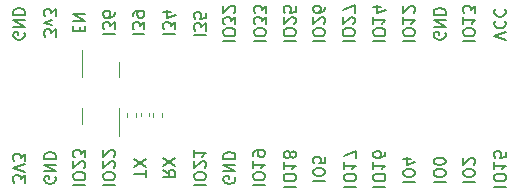
<source format=gbr>
%TF.GenerationSoftware,KiCad,Pcbnew,(6.0.1)*%
%TF.CreationDate,2023-01-04T22:15:02+03:00*%
%TF.ProjectId,EspDevBoard,45737044-6576-4426-9f61-72642e6b6963,rev?*%
%TF.SameCoordinates,Original*%
%TF.FileFunction,Legend,Bot*%
%TF.FilePolarity,Positive*%
%FSLAX46Y46*%
G04 Gerber Fmt 4.6, Leading zero omitted, Abs format (unit mm)*
G04 Created by KiCad (PCBNEW (6.0.1)) date 2023-01-04 22:15:02*
%MOMM*%
%LPD*%
G01*
G04 APERTURE LIST*
%ADD10C,0.150000*%
%ADD11C,0.120000*%
G04 APERTURE END LIST*
D10*
X205847619Y-79300000D02*
X206847619Y-79300000D01*
X206847619Y-78633333D02*
X206847619Y-78442857D01*
X206800000Y-78347619D01*
X206704761Y-78252380D01*
X206514285Y-78204761D01*
X206180952Y-78204761D01*
X205990476Y-78252380D01*
X205895238Y-78347619D01*
X205847619Y-78442857D01*
X205847619Y-78633333D01*
X205895238Y-78728571D01*
X205990476Y-78823809D01*
X206180952Y-78871428D01*
X206514285Y-78871428D01*
X206704761Y-78823809D01*
X206800000Y-78728571D01*
X206847619Y-78633333D01*
X206847619Y-77300000D02*
X206847619Y-77776190D01*
X206371428Y-77823809D01*
X206419047Y-77776190D01*
X206466666Y-77680952D01*
X206466666Y-77442857D01*
X206419047Y-77347619D01*
X206371428Y-77300000D01*
X206276190Y-77252380D01*
X206038095Y-77252380D01*
X205942857Y-77300000D01*
X205895238Y-77347619D01*
X205847619Y-77442857D01*
X205847619Y-77680952D01*
X205895238Y-77776190D01*
X205942857Y-77823809D01*
X195747619Y-66952380D02*
X196747619Y-66952380D01*
X196747619Y-66571428D02*
X196747619Y-65952380D01*
X196366666Y-66285714D01*
X196366666Y-66142857D01*
X196319047Y-66047619D01*
X196271428Y-66000000D01*
X196176190Y-65952380D01*
X195938095Y-65952380D01*
X195842857Y-66000000D01*
X195795238Y-66047619D01*
X195747619Y-66142857D01*
X195747619Y-66428571D01*
X195795238Y-66523809D01*
X195842857Y-66571428D01*
X196747619Y-65047619D02*
X196747619Y-65523809D01*
X196271428Y-65571428D01*
X196319047Y-65523809D01*
X196366666Y-65428571D01*
X196366666Y-65190476D01*
X196319047Y-65095238D01*
X196271428Y-65047619D01*
X196176190Y-65000000D01*
X195938095Y-65000000D01*
X195842857Y-65047619D01*
X195795238Y-65095238D01*
X195747619Y-65190476D01*
X195747619Y-65428571D01*
X195795238Y-65523809D01*
X195842857Y-65571428D01*
X195747619Y-79676190D02*
X196747619Y-79676190D01*
X196747619Y-79009523D02*
X196747619Y-78819047D01*
X196700000Y-78723809D01*
X196604761Y-78628571D01*
X196414285Y-78580952D01*
X196080952Y-78580952D01*
X195890476Y-78628571D01*
X195795238Y-78723809D01*
X195747619Y-78819047D01*
X195747619Y-79009523D01*
X195795238Y-79104761D01*
X195890476Y-79200000D01*
X196080952Y-79247619D01*
X196414285Y-79247619D01*
X196604761Y-79200000D01*
X196700000Y-79104761D01*
X196747619Y-79009523D01*
X196652380Y-78200000D02*
X196700000Y-78152380D01*
X196747619Y-78057142D01*
X196747619Y-77819047D01*
X196700000Y-77723809D01*
X196652380Y-77676190D01*
X196557142Y-77628571D01*
X196461904Y-77628571D01*
X196319047Y-77676190D01*
X195747619Y-78247619D01*
X195747619Y-77628571D01*
X195747619Y-76676190D02*
X195747619Y-77247619D01*
X195747619Y-76961904D02*
X196747619Y-76961904D01*
X196604761Y-77057142D01*
X196509523Y-77152380D01*
X196461904Y-77247619D01*
X208347619Y-67476190D02*
X209347619Y-67476190D01*
X209347619Y-66809523D02*
X209347619Y-66619047D01*
X209300000Y-66523809D01*
X209204761Y-66428571D01*
X209014285Y-66380952D01*
X208680952Y-66380952D01*
X208490476Y-66428571D01*
X208395238Y-66523809D01*
X208347619Y-66619047D01*
X208347619Y-66809523D01*
X208395238Y-66904761D01*
X208490476Y-67000000D01*
X208680952Y-67047619D01*
X209014285Y-67047619D01*
X209204761Y-67000000D01*
X209300000Y-66904761D01*
X209347619Y-66809523D01*
X209252380Y-66000000D02*
X209300000Y-65952380D01*
X209347619Y-65857142D01*
X209347619Y-65619047D01*
X209300000Y-65523809D01*
X209252380Y-65476190D01*
X209157142Y-65428571D01*
X209061904Y-65428571D01*
X208919047Y-65476190D01*
X208347619Y-66047619D01*
X208347619Y-65428571D01*
X209347619Y-65095238D02*
X209347619Y-64428571D01*
X208347619Y-64857142D01*
X218547619Y-67476190D02*
X219547619Y-67476190D01*
X219547619Y-66809523D02*
X219547619Y-66619047D01*
X219500000Y-66523809D01*
X219404761Y-66428571D01*
X219214285Y-66380952D01*
X218880952Y-66380952D01*
X218690476Y-66428571D01*
X218595238Y-66523809D01*
X218547619Y-66619047D01*
X218547619Y-66809523D01*
X218595238Y-66904761D01*
X218690476Y-67000000D01*
X218880952Y-67047619D01*
X219214285Y-67047619D01*
X219404761Y-67000000D01*
X219500000Y-66904761D01*
X219547619Y-66809523D01*
X218547619Y-65428571D02*
X218547619Y-66000000D01*
X218547619Y-65714285D02*
X219547619Y-65714285D01*
X219404761Y-65809523D01*
X219309523Y-65904761D01*
X219261904Y-66000000D01*
X219547619Y-65095238D02*
X219547619Y-64476190D01*
X219166666Y-64809523D01*
X219166666Y-64666666D01*
X219119047Y-64571428D01*
X219071428Y-64523809D01*
X218976190Y-64476190D01*
X218738095Y-64476190D01*
X218642857Y-64523809D01*
X218595238Y-64571428D01*
X218547619Y-64666666D01*
X218547619Y-64952380D01*
X218595238Y-65047619D01*
X218642857Y-65095238D01*
X199200000Y-78961904D02*
X199247619Y-79057142D01*
X199247619Y-79200000D01*
X199200000Y-79342857D01*
X199104761Y-79438095D01*
X199009523Y-79485714D01*
X198819047Y-79533333D01*
X198676190Y-79533333D01*
X198485714Y-79485714D01*
X198390476Y-79438095D01*
X198295238Y-79342857D01*
X198247619Y-79200000D01*
X198247619Y-79104761D01*
X198295238Y-78961904D01*
X198342857Y-78914285D01*
X198676190Y-78914285D01*
X198676190Y-79104761D01*
X198247619Y-78485714D02*
X199247619Y-78485714D01*
X198247619Y-77914285D01*
X199247619Y-77914285D01*
X198247619Y-77438095D02*
X199247619Y-77438095D01*
X199247619Y-77200000D01*
X199200000Y-77057142D01*
X199104761Y-76961904D01*
X199009523Y-76914285D01*
X198819047Y-76866666D01*
X198676190Y-76866666D01*
X198485714Y-76914285D01*
X198390476Y-76961904D01*
X198295238Y-77057142D01*
X198247619Y-77200000D01*
X198247619Y-77438095D01*
X200747619Y-79676190D02*
X201747619Y-79676190D01*
X201747619Y-79009523D02*
X201747619Y-78819047D01*
X201700000Y-78723809D01*
X201604761Y-78628571D01*
X201414285Y-78580952D01*
X201080952Y-78580952D01*
X200890476Y-78628571D01*
X200795238Y-78723809D01*
X200747619Y-78819047D01*
X200747619Y-79009523D01*
X200795238Y-79104761D01*
X200890476Y-79200000D01*
X201080952Y-79247619D01*
X201414285Y-79247619D01*
X201604761Y-79200000D01*
X201700000Y-79104761D01*
X201747619Y-79009523D01*
X200747619Y-77628571D02*
X200747619Y-78200000D01*
X200747619Y-77914285D02*
X201747619Y-77914285D01*
X201604761Y-78009523D01*
X201509523Y-78104761D01*
X201461904Y-78200000D01*
X200747619Y-77152380D02*
X200747619Y-76961904D01*
X200795238Y-76866666D01*
X200842857Y-76819047D01*
X200985714Y-76723809D01*
X201176190Y-76676190D01*
X201557142Y-76676190D01*
X201652380Y-76723809D01*
X201700000Y-76771428D01*
X201747619Y-76866666D01*
X201747619Y-77057142D01*
X201700000Y-77152380D01*
X201652380Y-77200000D01*
X201557142Y-77247619D01*
X201319047Y-77247619D01*
X201223809Y-77200000D01*
X201176190Y-77152380D01*
X201128571Y-77057142D01*
X201128571Y-76866666D01*
X201176190Y-76771428D01*
X201223809Y-76723809D01*
X201319047Y-76676190D01*
X191647619Y-78961904D02*
X191647619Y-78390476D01*
X190647619Y-78676190D02*
X191647619Y-78676190D01*
X191647619Y-78152380D02*
X190647619Y-77485714D01*
X191647619Y-77485714D02*
X190647619Y-78152380D01*
X188047619Y-66852380D02*
X189047619Y-66852380D01*
X189047619Y-66471428D02*
X189047619Y-65852380D01*
X188666666Y-66185714D01*
X188666666Y-66042857D01*
X188619047Y-65947619D01*
X188571428Y-65900000D01*
X188476190Y-65852380D01*
X188238095Y-65852380D01*
X188142857Y-65900000D01*
X188095238Y-65947619D01*
X188047619Y-66042857D01*
X188047619Y-66328571D01*
X188095238Y-66423809D01*
X188142857Y-66471428D01*
X189047619Y-64995238D02*
X189047619Y-65185714D01*
X189000000Y-65280952D01*
X188952380Y-65328571D01*
X188809523Y-65423809D01*
X188619047Y-65471428D01*
X188238095Y-65471428D01*
X188142857Y-65423809D01*
X188095238Y-65376190D01*
X188047619Y-65280952D01*
X188047619Y-65090476D01*
X188095238Y-64995238D01*
X188142857Y-64947619D01*
X188238095Y-64900000D01*
X188476190Y-64900000D01*
X188571428Y-64947619D01*
X188619047Y-64995238D01*
X188666666Y-65090476D01*
X188666666Y-65280952D01*
X188619047Y-65376190D01*
X188571428Y-65423809D01*
X188476190Y-65471428D01*
X184047619Y-67090476D02*
X184047619Y-66471428D01*
X183666666Y-66804761D01*
X183666666Y-66661904D01*
X183619047Y-66566666D01*
X183571428Y-66519047D01*
X183476190Y-66471428D01*
X183238095Y-66471428D01*
X183142857Y-66519047D01*
X183095238Y-66566666D01*
X183047619Y-66661904D01*
X183047619Y-66947619D01*
X183095238Y-67042857D01*
X183142857Y-67090476D01*
X183714285Y-66138095D02*
X183047619Y-65900000D01*
X183714285Y-65661904D01*
X184047619Y-65376190D02*
X184047619Y-64757142D01*
X183666666Y-65090476D01*
X183666666Y-64947619D01*
X183619047Y-64852380D01*
X183571428Y-64804761D01*
X183476190Y-64757142D01*
X183238095Y-64757142D01*
X183142857Y-64804761D01*
X183095238Y-64852380D01*
X183047619Y-64947619D01*
X183047619Y-65233333D01*
X183095238Y-65328571D01*
X183142857Y-65376190D01*
X217000000Y-66761904D02*
X217047619Y-66857142D01*
X217047619Y-67000000D01*
X217000000Y-67142857D01*
X216904761Y-67238095D01*
X216809523Y-67285714D01*
X216619047Y-67333333D01*
X216476190Y-67333333D01*
X216285714Y-67285714D01*
X216190476Y-67238095D01*
X216095238Y-67142857D01*
X216047619Y-67000000D01*
X216047619Y-66904761D01*
X216095238Y-66761904D01*
X216142857Y-66714285D01*
X216476190Y-66714285D01*
X216476190Y-66904761D01*
X216047619Y-66285714D02*
X217047619Y-66285714D01*
X216047619Y-65714285D01*
X217047619Y-65714285D01*
X216047619Y-65238095D02*
X217047619Y-65238095D01*
X217047619Y-65000000D01*
X217000000Y-64857142D01*
X216904761Y-64761904D01*
X216809523Y-64714285D01*
X216619047Y-64666666D01*
X216476190Y-64666666D01*
X216285714Y-64714285D01*
X216190476Y-64761904D01*
X216095238Y-64857142D01*
X216047619Y-65000000D01*
X216047619Y-65238095D01*
X186071428Y-66638095D02*
X186071428Y-66304761D01*
X185547619Y-66161904D02*
X185547619Y-66638095D01*
X186547619Y-66638095D01*
X186547619Y-66161904D01*
X185547619Y-65733333D02*
X186547619Y-65733333D01*
X185547619Y-65161904D01*
X186547619Y-65161904D01*
X181447619Y-79438095D02*
X181447619Y-78819047D01*
X181066666Y-79152380D01*
X181066666Y-79009523D01*
X181019047Y-78914285D01*
X180971428Y-78866666D01*
X180876190Y-78819047D01*
X180638095Y-78819047D01*
X180542857Y-78866666D01*
X180495238Y-78914285D01*
X180447619Y-79009523D01*
X180447619Y-79295238D01*
X180495238Y-79390476D01*
X180542857Y-79438095D01*
X181447619Y-78533333D02*
X180447619Y-78200000D01*
X181447619Y-77866666D01*
X181447619Y-77628571D02*
X181447619Y-77009523D01*
X181066666Y-77342857D01*
X181066666Y-77200000D01*
X181019047Y-77104761D01*
X180971428Y-77057142D01*
X180876190Y-77009523D01*
X180638095Y-77009523D01*
X180542857Y-77057142D01*
X180495238Y-77104761D01*
X180447619Y-77200000D01*
X180447619Y-77485714D01*
X180495238Y-77580952D01*
X180542857Y-77628571D01*
X213447619Y-79400000D02*
X214447619Y-79400000D01*
X214447619Y-78733333D02*
X214447619Y-78542857D01*
X214400000Y-78447619D01*
X214304761Y-78352380D01*
X214114285Y-78304761D01*
X213780952Y-78304761D01*
X213590476Y-78352380D01*
X213495238Y-78447619D01*
X213447619Y-78542857D01*
X213447619Y-78733333D01*
X213495238Y-78828571D01*
X213590476Y-78923809D01*
X213780952Y-78971428D01*
X214114285Y-78971428D01*
X214304761Y-78923809D01*
X214400000Y-78828571D01*
X214447619Y-78733333D01*
X214114285Y-77447619D02*
X213447619Y-77447619D01*
X214495238Y-77685714D02*
X213780952Y-77923809D01*
X213780952Y-77304761D01*
X185547619Y-79676190D02*
X186547619Y-79676190D01*
X186547619Y-79009523D02*
X186547619Y-78819047D01*
X186500000Y-78723809D01*
X186404761Y-78628571D01*
X186214285Y-78580952D01*
X185880952Y-78580952D01*
X185690476Y-78628571D01*
X185595238Y-78723809D01*
X185547619Y-78819047D01*
X185547619Y-79009523D01*
X185595238Y-79104761D01*
X185690476Y-79200000D01*
X185880952Y-79247619D01*
X186214285Y-79247619D01*
X186404761Y-79200000D01*
X186500000Y-79104761D01*
X186547619Y-79009523D01*
X186452380Y-78200000D02*
X186500000Y-78152380D01*
X186547619Y-78057142D01*
X186547619Y-77819047D01*
X186500000Y-77723809D01*
X186452380Y-77676190D01*
X186357142Y-77628571D01*
X186261904Y-77628571D01*
X186119047Y-77676190D01*
X185547619Y-78247619D01*
X185547619Y-77628571D01*
X186547619Y-77295238D02*
X186547619Y-76676190D01*
X186166666Y-77009523D01*
X186166666Y-76866666D01*
X186119047Y-76771428D01*
X186071428Y-76723809D01*
X185976190Y-76676190D01*
X185738095Y-76676190D01*
X185642857Y-76723809D01*
X185595238Y-76771428D01*
X185547619Y-76866666D01*
X185547619Y-77152380D01*
X185595238Y-77247619D01*
X185642857Y-77295238D01*
X205847619Y-67476190D02*
X206847619Y-67476190D01*
X206847619Y-66809523D02*
X206847619Y-66619047D01*
X206800000Y-66523809D01*
X206704761Y-66428571D01*
X206514285Y-66380952D01*
X206180952Y-66380952D01*
X205990476Y-66428571D01*
X205895238Y-66523809D01*
X205847619Y-66619047D01*
X205847619Y-66809523D01*
X205895238Y-66904761D01*
X205990476Y-67000000D01*
X206180952Y-67047619D01*
X206514285Y-67047619D01*
X206704761Y-67000000D01*
X206800000Y-66904761D01*
X206847619Y-66809523D01*
X206752380Y-66000000D02*
X206800000Y-65952380D01*
X206847619Y-65857142D01*
X206847619Y-65619047D01*
X206800000Y-65523809D01*
X206752380Y-65476190D01*
X206657142Y-65428571D01*
X206561904Y-65428571D01*
X206419047Y-65476190D01*
X205847619Y-66047619D01*
X205847619Y-65428571D01*
X206847619Y-64571428D02*
X206847619Y-64761904D01*
X206800000Y-64857142D01*
X206752380Y-64904761D01*
X206609523Y-65000000D01*
X206419047Y-65047619D01*
X206038095Y-65047619D01*
X205942857Y-65000000D01*
X205895238Y-64952380D01*
X205847619Y-64857142D01*
X205847619Y-64666666D01*
X205895238Y-64571428D01*
X205942857Y-64523809D01*
X206038095Y-64476190D01*
X206276190Y-64476190D01*
X206371428Y-64523809D01*
X206419047Y-64571428D01*
X206466666Y-64666666D01*
X206466666Y-64857142D01*
X206419047Y-64952380D01*
X206371428Y-65000000D01*
X206276190Y-65047619D01*
X193147619Y-78366666D02*
X193623809Y-78700000D01*
X193147619Y-78938095D02*
X194147619Y-78938095D01*
X194147619Y-78557142D01*
X194100000Y-78461904D01*
X194052380Y-78414285D01*
X193957142Y-78366666D01*
X193814285Y-78366666D01*
X193719047Y-78414285D01*
X193671428Y-78461904D01*
X193623809Y-78557142D01*
X193623809Y-78938095D01*
X194147619Y-78033333D02*
X193147619Y-77366666D01*
X194147619Y-77366666D02*
X193147619Y-78033333D01*
X203347619Y-67476190D02*
X204347619Y-67476190D01*
X204347619Y-66809523D02*
X204347619Y-66619047D01*
X204300000Y-66523809D01*
X204204761Y-66428571D01*
X204014285Y-66380952D01*
X203680952Y-66380952D01*
X203490476Y-66428571D01*
X203395238Y-66523809D01*
X203347619Y-66619047D01*
X203347619Y-66809523D01*
X203395238Y-66904761D01*
X203490476Y-67000000D01*
X203680952Y-67047619D01*
X204014285Y-67047619D01*
X204204761Y-67000000D01*
X204300000Y-66904761D01*
X204347619Y-66809523D01*
X204252380Y-66000000D02*
X204300000Y-65952380D01*
X204347619Y-65857142D01*
X204347619Y-65619047D01*
X204300000Y-65523809D01*
X204252380Y-65476190D01*
X204157142Y-65428571D01*
X204061904Y-65428571D01*
X203919047Y-65476190D01*
X203347619Y-66047619D01*
X203347619Y-65428571D01*
X204347619Y-64523809D02*
X204347619Y-65000000D01*
X203871428Y-65047619D01*
X203919047Y-65000000D01*
X203966666Y-64904761D01*
X203966666Y-64666666D01*
X203919047Y-64571428D01*
X203871428Y-64523809D01*
X203776190Y-64476190D01*
X203538095Y-64476190D01*
X203442857Y-64523809D01*
X203395238Y-64571428D01*
X203347619Y-64666666D01*
X203347619Y-64904761D01*
X203395238Y-65000000D01*
X203442857Y-65047619D01*
X198247619Y-67476190D02*
X199247619Y-67476190D01*
X199247619Y-66809523D02*
X199247619Y-66619047D01*
X199200000Y-66523809D01*
X199104761Y-66428571D01*
X198914285Y-66380952D01*
X198580952Y-66380952D01*
X198390476Y-66428571D01*
X198295238Y-66523809D01*
X198247619Y-66619047D01*
X198247619Y-66809523D01*
X198295238Y-66904761D01*
X198390476Y-67000000D01*
X198580952Y-67047619D01*
X198914285Y-67047619D01*
X199104761Y-67000000D01*
X199200000Y-66904761D01*
X199247619Y-66809523D01*
X199247619Y-66047619D02*
X199247619Y-65428571D01*
X198866666Y-65761904D01*
X198866666Y-65619047D01*
X198819047Y-65523809D01*
X198771428Y-65476190D01*
X198676190Y-65428571D01*
X198438095Y-65428571D01*
X198342857Y-65476190D01*
X198295238Y-65523809D01*
X198247619Y-65619047D01*
X198247619Y-65904761D01*
X198295238Y-66000000D01*
X198342857Y-66047619D01*
X199152380Y-65047619D02*
X199200000Y-65000000D01*
X199247619Y-64904761D01*
X199247619Y-64666666D01*
X199200000Y-64571428D01*
X199152380Y-64523809D01*
X199057142Y-64476190D01*
X198961904Y-64476190D01*
X198819047Y-64523809D01*
X198247619Y-65095238D01*
X198247619Y-64476190D01*
X188047619Y-79676190D02*
X189047619Y-79676190D01*
X189047619Y-79009523D02*
X189047619Y-78819047D01*
X189000000Y-78723809D01*
X188904761Y-78628571D01*
X188714285Y-78580952D01*
X188380952Y-78580952D01*
X188190476Y-78628571D01*
X188095238Y-78723809D01*
X188047619Y-78819047D01*
X188047619Y-79009523D01*
X188095238Y-79104761D01*
X188190476Y-79200000D01*
X188380952Y-79247619D01*
X188714285Y-79247619D01*
X188904761Y-79200000D01*
X189000000Y-79104761D01*
X189047619Y-79009523D01*
X188952380Y-78200000D02*
X189000000Y-78152380D01*
X189047619Y-78057142D01*
X189047619Y-77819047D01*
X189000000Y-77723809D01*
X188952380Y-77676190D01*
X188857142Y-77628571D01*
X188761904Y-77628571D01*
X188619047Y-77676190D01*
X188047619Y-78247619D01*
X188047619Y-77628571D01*
X188952380Y-77247619D02*
X189000000Y-77200000D01*
X189047619Y-77104761D01*
X189047619Y-76866666D01*
X189000000Y-76771428D01*
X188952380Y-76723809D01*
X188857142Y-76676190D01*
X188761904Y-76676190D01*
X188619047Y-76723809D01*
X188047619Y-77295238D01*
X188047619Y-76676190D01*
X210947619Y-67476190D02*
X211947619Y-67476190D01*
X211947619Y-66809523D02*
X211947619Y-66619047D01*
X211900000Y-66523809D01*
X211804761Y-66428571D01*
X211614285Y-66380952D01*
X211280952Y-66380952D01*
X211090476Y-66428571D01*
X210995238Y-66523809D01*
X210947619Y-66619047D01*
X210947619Y-66809523D01*
X210995238Y-66904761D01*
X211090476Y-67000000D01*
X211280952Y-67047619D01*
X211614285Y-67047619D01*
X211804761Y-67000000D01*
X211900000Y-66904761D01*
X211947619Y-66809523D01*
X210947619Y-65428571D02*
X210947619Y-66000000D01*
X210947619Y-65714285D02*
X211947619Y-65714285D01*
X211804761Y-65809523D01*
X211709523Y-65904761D01*
X211661904Y-66000000D01*
X211614285Y-64571428D02*
X210947619Y-64571428D01*
X211995238Y-64809523D02*
X211280952Y-65047619D01*
X211280952Y-64428571D01*
X213447619Y-67476190D02*
X214447619Y-67476190D01*
X214447619Y-66809523D02*
X214447619Y-66619047D01*
X214400000Y-66523809D01*
X214304761Y-66428571D01*
X214114285Y-66380952D01*
X213780952Y-66380952D01*
X213590476Y-66428571D01*
X213495238Y-66523809D01*
X213447619Y-66619047D01*
X213447619Y-66809523D01*
X213495238Y-66904761D01*
X213590476Y-67000000D01*
X213780952Y-67047619D01*
X214114285Y-67047619D01*
X214304761Y-67000000D01*
X214400000Y-66904761D01*
X214447619Y-66809523D01*
X213447619Y-65428571D02*
X213447619Y-66000000D01*
X213447619Y-65714285D02*
X214447619Y-65714285D01*
X214304761Y-65809523D01*
X214209523Y-65904761D01*
X214161904Y-66000000D01*
X214352380Y-65047619D02*
X214400000Y-65000000D01*
X214447619Y-64904761D01*
X214447619Y-64666666D01*
X214400000Y-64571428D01*
X214352380Y-64523809D01*
X214257142Y-64476190D01*
X214161904Y-64476190D01*
X214019047Y-64523809D01*
X213447619Y-65095238D01*
X213447619Y-64476190D01*
X222147619Y-67333333D02*
X221147619Y-67000000D01*
X222147619Y-66666666D01*
X221242857Y-65761904D02*
X221195238Y-65809523D01*
X221147619Y-65952380D01*
X221147619Y-66047619D01*
X221195238Y-66190476D01*
X221290476Y-66285714D01*
X221385714Y-66333333D01*
X221576190Y-66380952D01*
X221719047Y-66380952D01*
X221909523Y-66333333D01*
X222004761Y-66285714D01*
X222100000Y-66190476D01*
X222147619Y-66047619D01*
X222147619Y-65952380D01*
X222100000Y-65809523D01*
X222052380Y-65761904D01*
X221242857Y-64761904D02*
X221195238Y-64809523D01*
X221147619Y-64952380D01*
X221147619Y-65047619D01*
X221195238Y-65190476D01*
X221290476Y-65285714D01*
X221385714Y-65333333D01*
X221576190Y-65380952D01*
X221719047Y-65380952D01*
X221909523Y-65333333D01*
X222004761Y-65285714D01*
X222100000Y-65190476D01*
X222147619Y-65047619D01*
X222147619Y-64952380D01*
X222100000Y-64809523D01*
X222052380Y-64761904D01*
X190547619Y-66852380D02*
X191547619Y-66852380D01*
X191547619Y-66471428D02*
X191547619Y-65852380D01*
X191166666Y-66185714D01*
X191166666Y-66042857D01*
X191119047Y-65947619D01*
X191071428Y-65900000D01*
X190976190Y-65852380D01*
X190738095Y-65852380D01*
X190642857Y-65900000D01*
X190595238Y-65947619D01*
X190547619Y-66042857D01*
X190547619Y-66328571D01*
X190595238Y-66423809D01*
X190642857Y-66471428D01*
X190547619Y-65376190D02*
X190547619Y-65185714D01*
X190595238Y-65090476D01*
X190642857Y-65042857D01*
X190785714Y-64947619D01*
X190976190Y-64900000D01*
X191357142Y-64900000D01*
X191452380Y-64947619D01*
X191500000Y-64995238D01*
X191547619Y-65090476D01*
X191547619Y-65280952D01*
X191500000Y-65376190D01*
X191452380Y-65423809D01*
X191357142Y-65471428D01*
X191119047Y-65471428D01*
X191023809Y-65423809D01*
X190976190Y-65376190D01*
X190928571Y-65280952D01*
X190928571Y-65090476D01*
X190976190Y-64995238D01*
X191023809Y-64947619D01*
X191119047Y-64900000D01*
X218547619Y-79400000D02*
X219547619Y-79400000D01*
X219547619Y-78733333D02*
X219547619Y-78542857D01*
X219500000Y-78447619D01*
X219404761Y-78352380D01*
X219214285Y-78304761D01*
X218880952Y-78304761D01*
X218690476Y-78352380D01*
X218595238Y-78447619D01*
X218547619Y-78542857D01*
X218547619Y-78733333D01*
X218595238Y-78828571D01*
X218690476Y-78923809D01*
X218880952Y-78971428D01*
X219214285Y-78971428D01*
X219404761Y-78923809D01*
X219500000Y-78828571D01*
X219547619Y-78733333D01*
X219452380Y-77923809D02*
X219500000Y-77876190D01*
X219547619Y-77780952D01*
X219547619Y-77542857D01*
X219500000Y-77447619D01*
X219452380Y-77400000D01*
X219357142Y-77352380D01*
X219261904Y-77352380D01*
X219119047Y-77400000D01*
X218547619Y-77971428D01*
X218547619Y-77352380D01*
X181400000Y-66761904D02*
X181447619Y-66857142D01*
X181447619Y-67000000D01*
X181400000Y-67142857D01*
X181304761Y-67238095D01*
X181209523Y-67285714D01*
X181019047Y-67333333D01*
X180876190Y-67333333D01*
X180685714Y-67285714D01*
X180590476Y-67238095D01*
X180495238Y-67142857D01*
X180447619Y-67000000D01*
X180447619Y-66904761D01*
X180495238Y-66761904D01*
X180542857Y-66714285D01*
X180876190Y-66714285D01*
X180876190Y-66904761D01*
X180447619Y-66285714D02*
X181447619Y-66285714D01*
X180447619Y-65714285D01*
X181447619Y-65714285D01*
X180447619Y-65238095D02*
X181447619Y-65238095D01*
X181447619Y-65000000D01*
X181400000Y-64857142D01*
X181304761Y-64761904D01*
X181209523Y-64714285D01*
X181019047Y-64666666D01*
X180876190Y-64666666D01*
X180685714Y-64714285D01*
X180590476Y-64761904D01*
X180495238Y-64857142D01*
X180447619Y-65000000D01*
X180447619Y-65238095D01*
X216047619Y-79400000D02*
X217047619Y-79400000D01*
X217047619Y-78733333D02*
X217047619Y-78542857D01*
X217000000Y-78447619D01*
X216904761Y-78352380D01*
X216714285Y-78304761D01*
X216380952Y-78304761D01*
X216190476Y-78352380D01*
X216095238Y-78447619D01*
X216047619Y-78542857D01*
X216047619Y-78733333D01*
X216095238Y-78828571D01*
X216190476Y-78923809D01*
X216380952Y-78971428D01*
X216714285Y-78971428D01*
X216904761Y-78923809D01*
X217000000Y-78828571D01*
X217047619Y-78733333D01*
X217047619Y-77685714D02*
X217047619Y-77590476D01*
X217000000Y-77495238D01*
X216952380Y-77447619D01*
X216857142Y-77400000D01*
X216666666Y-77352380D01*
X216428571Y-77352380D01*
X216238095Y-77400000D01*
X216142857Y-77447619D01*
X216095238Y-77495238D01*
X216047619Y-77590476D01*
X216047619Y-77685714D01*
X216095238Y-77780952D01*
X216142857Y-77828571D01*
X216238095Y-77876190D01*
X216428571Y-77923809D01*
X216666666Y-77923809D01*
X216857142Y-77876190D01*
X216952380Y-77828571D01*
X217000000Y-77780952D01*
X217047619Y-77685714D01*
X203347619Y-79776190D02*
X204347619Y-79776190D01*
X204347619Y-79109523D02*
X204347619Y-78919047D01*
X204300000Y-78823809D01*
X204204761Y-78728571D01*
X204014285Y-78680952D01*
X203680952Y-78680952D01*
X203490476Y-78728571D01*
X203395238Y-78823809D01*
X203347619Y-78919047D01*
X203347619Y-79109523D01*
X203395238Y-79204761D01*
X203490476Y-79300000D01*
X203680952Y-79347619D01*
X204014285Y-79347619D01*
X204204761Y-79300000D01*
X204300000Y-79204761D01*
X204347619Y-79109523D01*
X203347619Y-77728571D02*
X203347619Y-78300000D01*
X203347619Y-78014285D02*
X204347619Y-78014285D01*
X204204761Y-78109523D01*
X204109523Y-78204761D01*
X204061904Y-78300000D01*
X203919047Y-77157142D02*
X203966666Y-77252380D01*
X204014285Y-77300000D01*
X204109523Y-77347619D01*
X204157142Y-77347619D01*
X204252380Y-77300000D01*
X204300000Y-77252380D01*
X204347619Y-77157142D01*
X204347619Y-76966666D01*
X204300000Y-76871428D01*
X204252380Y-76823809D01*
X204157142Y-76776190D01*
X204109523Y-76776190D01*
X204014285Y-76823809D01*
X203966666Y-76871428D01*
X203919047Y-76966666D01*
X203919047Y-77157142D01*
X203871428Y-77252380D01*
X203823809Y-77300000D01*
X203728571Y-77347619D01*
X203538095Y-77347619D01*
X203442857Y-77300000D01*
X203395238Y-77252380D01*
X203347619Y-77157142D01*
X203347619Y-76966666D01*
X203395238Y-76871428D01*
X203442857Y-76823809D01*
X203538095Y-76776190D01*
X203728571Y-76776190D01*
X203823809Y-76823809D01*
X203871428Y-76871428D01*
X203919047Y-76966666D01*
X200847619Y-67476190D02*
X201847619Y-67476190D01*
X201847619Y-66809523D02*
X201847619Y-66619047D01*
X201800000Y-66523809D01*
X201704761Y-66428571D01*
X201514285Y-66380952D01*
X201180952Y-66380952D01*
X200990476Y-66428571D01*
X200895238Y-66523809D01*
X200847619Y-66619047D01*
X200847619Y-66809523D01*
X200895238Y-66904761D01*
X200990476Y-67000000D01*
X201180952Y-67047619D01*
X201514285Y-67047619D01*
X201704761Y-67000000D01*
X201800000Y-66904761D01*
X201847619Y-66809523D01*
X201847619Y-66047619D02*
X201847619Y-65428571D01*
X201466666Y-65761904D01*
X201466666Y-65619047D01*
X201419047Y-65523809D01*
X201371428Y-65476190D01*
X201276190Y-65428571D01*
X201038095Y-65428571D01*
X200942857Y-65476190D01*
X200895238Y-65523809D01*
X200847619Y-65619047D01*
X200847619Y-65904761D01*
X200895238Y-66000000D01*
X200942857Y-66047619D01*
X201847619Y-65095238D02*
X201847619Y-64476190D01*
X201466666Y-64809523D01*
X201466666Y-64666666D01*
X201419047Y-64571428D01*
X201371428Y-64523809D01*
X201276190Y-64476190D01*
X201038095Y-64476190D01*
X200942857Y-64523809D01*
X200895238Y-64571428D01*
X200847619Y-64666666D01*
X200847619Y-64952380D01*
X200895238Y-65047619D01*
X200942857Y-65095238D01*
X210947619Y-79776190D02*
X211947619Y-79776190D01*
X211947619Y-79109523D02*
X211947619Y-78919047D01*
X211900000Y-78823809D01*
X211804761Y-78728571D01*
X211614285Y-78680952D01*
X211280952Y-78680952D01*
X211090476Y-78728571D01*
X210995238Y-78823809D01*
X210947619Y-78919047D01*
X210947619Y-79109523D01*
X210995238Y-79204761D01*
X211090476Y-79300000D01*
X211280952Y-79347619D01*
X211614285Y-79347619D01*
X211804761Y-79300000D01*
X211900000Y-79204761D01*
X211947619Y-79109523D01*
X210947619Y-77728571D02*
X210947619Y-78300000D01*
X210947619Y-78014285D02*
X211947619Y-78014285D01*
X211804761Y-78109523D01*
X211709523Y-78204761D01*
X211661904Y-78300000D01*
X211947619Y-76871428D02*
X211947619Y-77061904D01*
X211900000Y-77157142D01*
X211852380Y-77204761D01*
X211709523Y-77300000D01*
X211519047Y-77347619D01*
X211138095Y-77347619D01*
X211042857Y-77300000D01*
X210995238Y-77252380D01*
X210947619Y-77157142D01*
X210947619Y-76966666D01*
X210995238Y-76871428D01*
X211042857Y-76823809D01*
X211138095Y-76776190D01*
X211376190Y-76776190D01*
X211471428Y-76823809D01*
X211519047Y-76871428D01*
X211566666Y-76966666D01*
X211566666Y-77157142D01*
X211519047Y-77252380D01*
X211471428Y-77300000D01*
X211376190Y-77347619D01*
X208447619Y-79776190D02*
X209447619Y-79776190D01*
X209447619Y-79109523D02*
X209447619Y-78919047D01*
X209400000Y-78823809D01*
X209304761Y-78728571D01*
X209114285Y-78680952D01*
X208780952Y-78680952D01*
X208590476Y-78728571D01*
X208495238Y-78823809D01*
X208447619Y-78919047D01*
X208447619Y-79109523D01*
X208495238Y-79204761D01*
X208590476Y-79300000D01*
X208780952Y-79347619D01*
X209114285Y-79347619D01*
X209304761Y-79300000D01*
X209400000Y-79204761D01*
X209447619Y-79109523D01*
X208447619Y-77728571D02*
X208447619Y-78300000D01*
X208447619Y-78014285D02*
X209447619Y-78014285D01*
X209304761Y-78109523D01*
X209209523Y-78204761D01*
X209161904Y-78300000D01*
X209447619Y-77395238D02*
X209447619Y-76728571D01*
X208447619Y-77157142D01*
X193147619Y-66852380D02*
X194147619Y-66852380D01*
X194147619Y-66471428D02*
X194147619Y-65852380D01*
X193766666Y-66185714D01*
X193766666Y-66042857D01*
X193719047Y-65947619D01*
X193671428Y-65900000D01*
X193576190Y-65852380D01*
X193338095Y-65852380D01*
X193242857Y-65900000D01*
X193195238Y-65947619D01*
X193147619Y-66042857D01*
X193147619Y-66328571D01*
X193195238Y-66423809D01*
X193242857Y-66471428D01*
X193814285Y-64995238D02*
X193147619Y-64995238D01*
X194195238Y-65233333D02*
X193480952Y-65471428D01*
X193480952Y-64852380D01*
X221147619Y-79776190D02*
X222147619Y-79776190D01*
X222147619Y-79109523D02*
X222147619Y-78919047D01*
X222100000Y-78823809D01*
X222004761Y-78728571D01*
X221814285Y-78680952D01*
X221480952Y-78680952D01*
X221290476Y-78728571D01*
X221195238Y-78823809D01*
X221147619Y-78919047D01*
X221147619Y-79109523D01*
X221195238Y-79204761D01*
X221290476Y-79300000D01*
X221480952Y-79347619D01*
X221814285Y-79347619D01*
X222004761Y-79300000D01*
X222100000Y-79204761D01*
X222147619Y-79109523D01*
X221147619Y-77728571D02*
X221147619Y-78300000D01*
X221147619Y-78014285D02*
X222147619Y-78014285D01*
X222004761Y-78109523D01*
X221909523Y-78204761D01*
X221861904Y-78300000D01*
X222147619Y-76823809D02*
X222147619Y-77300000D01*
X221671428Y-77347619D01*
X221719047Y-77300000D01*
X221766666Y-77204761D01*
X221766666Y-76966666D01*
X221719047Y-76871428D01*
X221671428Y-76823809D01*
X221576190Y-76776190D01*
X221338095Y-76776190D01*
X221242857Y-76823809D01*
X221195238Y-76871428D01*
X221147619Y-76966666D01*
X221147619Y-77204761D01*
X221195238Y-77300000D01*
X221242857Y-77347619D01*
X184000000Y-78961904D02*
X184047619Y-79057142D01*
X184047619Y-79200000D01*
X184000000Y-79342857D01*
X183904761Y-79438095D01*
X183809523Y-79485714D01*
X183619047Y-79533333D01*
X183476190Y-79533333D01*
X183285714Y-79485714D01*
X183190476Y-79438095D01*
X183095238Y-79342857D01*
X183047619Y-79200000D01*
X183047619Y-79104761D01*
X183095238Y-78961904D01*
X183142857Y-78914285D01*
X183476190Y-78914285D01*
X183476190Y-79104761D01*
X183047619Y-78485714D02*
X184047619Y-78485714D01*
X183047619Y-77914285D01*
X184047619Y-77914285D01*
X183047619Y-77438095D02*
X184047619Y-77438095D01*
X184047619Y-77200000D01*
X184000000Y-77057142D01*
X183904761Y-76961904D01*
X183809523Y-76914285D01*
X183619047Y-76866666D01*
X183476190Y-76866666D01*
X183285714Y-76914285D01*
X183190476Y-76961904D01*
X183095238Y-77057142D01*
X183047619Y-77200000D01*
X183047619Y-77438095D01*
D11*
%TO.C,Q1*%
X189360000Y-73800000D02*
X189360000Y-75475000D01*
X186240000Y-73800000D02*
X186240000Y-73150000D01*
X186240000Y-73800000D02*
X186240000Y-74450000D01*
X189360000Y-73800000D02*
X189360000Y-73150000D01*
%TO.C,Q2*%
X189360000Y-69862500D02*
X189360000Y-70512500D01*
X186240000Y-69862500D02*
X186240000Y-68187500D01*
X189360000Y-69862500D02*
X189360000Y-69212500D01*
X186240000Y-69862500D02*
X186240000Y-70512500D01*
%TO.C,R10*%
X190120000Y-73853641D02*
X190120000Y-73546359D01*
X190880000Y-73853641D02*
X190880000Y-73546359D01*
%TO.C,C11*%
X191960000Y-73592164D02*
X191960000Y-73807836D01*
X191240000Y-73592164D02*
X191240000Y-73807836D01*
%TO.C,R9*%
X192320000Y-73546359D02*
X192320000Y-73853641D01*
X193080000Y-73546359D02*
X193080000Y-73853641D01*
%TD*%
M02*

</source>
